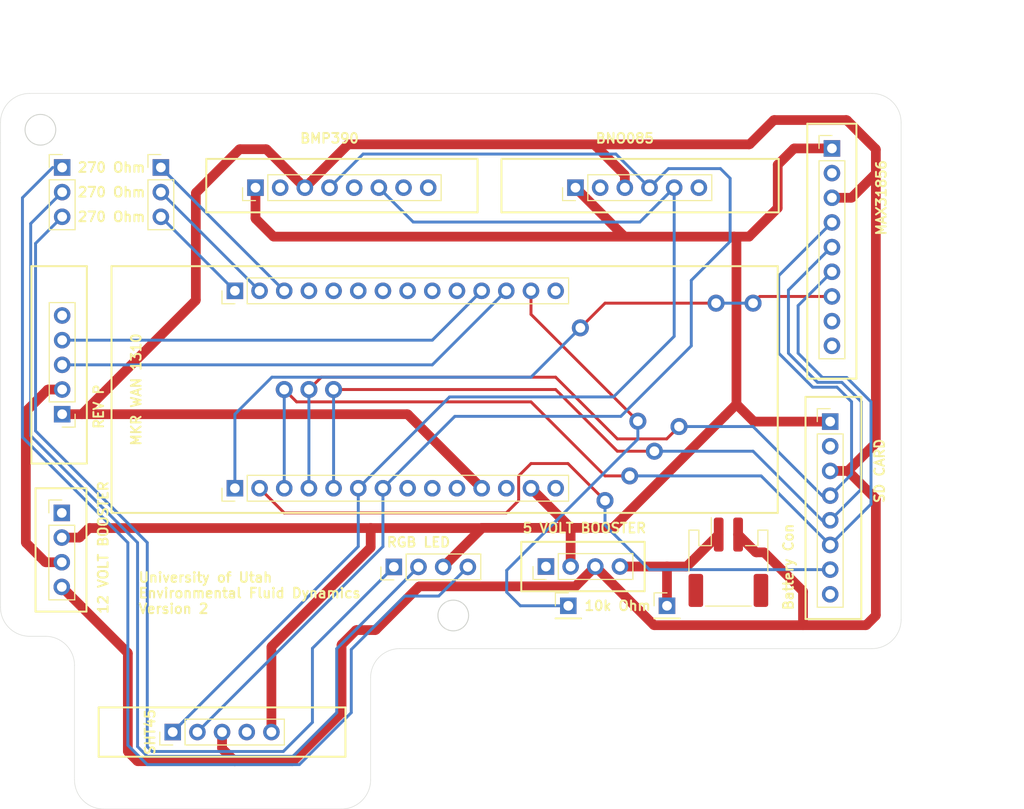
<source format=kicad_pcb>
(kicad_pcb (version 20221018) (generator pcbnew)
  (title_block (title "Tethersonde PCB") (rev "1") (company "University of Utah EFD"))
  (layers (0 "F.Cu" signal) (31 "B.Cu" signal) (34 "B.Paste" user) (35 "F.Paste" user) (36 "B.SilkS" user "B.Silkscreen") (37 "F.SilkS" user "F.Silkscreen") (38 "B.Mask" user) (39 "F.Mask" user) (44 "Edge.Cuts" user))
  (net 0 "")
  (footprint "Connector_PinHeader_2.54mm:PinHeader_1x01_P2.54mm_Vertical" (layer "F.Cu") (at 130.84 101)
    (fp_text reference "10k Ohm" (at 5.08 0) (layer "F.SilkS") (effects (font (thickness 0.2) bold)))
    (fp_text value "PinHeader_1x01_P2.54mm_Vertical" hide)
    (fp_line (start -1.33 -1.33) (end 0 -1.33) (stroke (width 0.12)) (layer "F.SilkS"))
    (fp_line (start -1.33 0) (end -1.33 -1.33) (stroke (width 0.12)) (layer "F.SilkS"))
    (fp_line (start -1.33 1.27) (end -1.33 1.33) (stroke (width 0.12)) (layer "F.SilkS"))
    (fp_line (start -1.33 1.27) (end 1.33 1.27) (stroke (width 0.12)) (layer "F.SilkS"))
    (fp_line (start -1.33 1.33) (end 1.33 1.33) (stroke (width 0.12)) (layer "F.SilkS"))
    (fp_line (start 1.33 1.27) (end 1.33 1.33) (stroke (width 0.12)) (layer "F.SilkS"))
    (pad "1" thru_hole rect (at 0 0) (size 1.7 1.7) (drill 1) (layers "*.Cu" "*.Mask"))
  )
  (footprint "Connector_PinHeader_2.54mm:PinHeader_1x03_P2.54mm_Vertical" (layer "F.Cu") (at 88.9 55.88)
    (fp_text reference "270 Ohm" (at -5.08 0) (layer "F.SilkS") (effects (font (thickness 0.2) bold)))
    (fp_text value "PinHeader_1x03_P2.54mm_Vertical" hide)
    (fp_line (start -1.33 -1.33) (end 0 -1.33) (stroke (width 0.12)) (layer "F.SilkS"))
    (fp_line (start -1.33 0) (end -1.33 -1.33) (stroke (width 0.12)) (layer "F.SilkS"))
    (fp_line (start -1.33 1.27) (end -1.33 6.41) (stroke (width 0.12)) (layer "F.SilkS"))
    (fp_line (start -1.33 1.27) (end 1.33 1.27) (stroke (width 0.12)) (layer "F.SilkS"))
    (fp_line (start -1.33 6.41) (end 1.33 6.41) (stroke (width 0.12)) (layer "F.SilkS"))
    (fp_line (start 1.33 1.27) (end 1.33 6.41) (stroke (width 0.12)) (layer "F.SilkS"))
    (pad "1" thru_hole rect (at 0 0) (size 1.7 1.7) (drill 1) (layers "*.Cu" "*.Mask"))
    (pad "2" thru_hole oval (at 0 2.54) (size 1.7 1.7) (drill 1) (layers "*.Cu" "*.Mask"))
    (pad "3" thru_hole oval (at 0 5.08) (size 1.7 1.7) (drill 1) (layers "*.Cu" "*.Mask"))
  )
  (footprint "Connector_PinHeader_2.54mm:PinHeader_1x01_P2.54mm_Vertical" (layer "F.Cu") (at 141 101)
    (fp_text reference "10k Ohm" hide)
    (fp_text value "PinHeader_1x01_P2.54mm_Vertical" hide)
    (fp_line (start -1.33 -1.33) (end 0 -1.33) (stroke (width 0.12)) (layer "F.SilkS"))
    (fp_line (start -1.33 0) (end -1.33 -1.33) (stroke (width 0.12)) (layer "F.SilkS"))
    (fp_line (start -1.33 1.27) (end -1.33 1.33) (stroke (width 0.12)) (layer "F.SilkS"))
    (fp_line (start -1.33 1.27) (end 1.33 1.27) (stroke (width 0.12)) (layer "F.SilkS"))
    (fp_line (start -1.33 1.33) (end 1.33 1.33) (stroke (width 0.12)) (layer "F.SilkS"))
    (fp_line (start 1.33 1.27) (end 1.33 1.33) (stroke (width 0.12)) (layer "F.SilkS"))
    (pad "1" thru_hole rect (at 0 0) (size 1.7 1.7) (drill 1) (layers "*.Cu" "*.Mask"))
  )
  (footprint "Connector_PinHeader_2.54mm:PinHeader_1x08_P2.54mm_Vertical" (layer "F.Cu") (at 98.64 57.96 90)
    (fp_text reference "BMP390" (at 5.08 7.62) (layer "F.SilkS") (effects (font (thickness 0.2) bold)))
    (fp_text value "PinHeader_1x08_P2.54mm_Vertical" hide)
    (fp_line (start -1.33 -1.33) (end 0 -1.33) (stroke (width 0.12)) (layer "F.SilkS"))
    (fp_line (start -1.33 0) (end -1.33 -1.33) (stroke (width 0.12)) (layer "F.SilkS"))
    (fp_line (start -1.33 1.27) (end -1.33 19.11) (stroke (width 0.12)) (layer "F.SilkS"))
    (fp_line (start -1.33 1.27) (end 1.33 1.27) (stroke (width 0.12)) (layer "F.SilkS"))
    (fp_line (start -1.33 19.11) (end 1.33 19.11) (stroke (width 0.12)) (layer "F.SilkS"))
    (fp_line (start 1.33 1.27) (end 1.33 19.11) (stroke (width 0.12)) (layer "F.SilkS"))
    (pad "3Vo" thru_hole oval (at 0 2.54 90) (size 1.7 1.7) (drill 1) (layers "*.Cu" "*.Mask"))
    (pad "CS" thru_hole oval (at 0 15.24 90) (size 1.7 1.7) (drill 1) (layers "*.Cu" "*.Mask"))
    (pad "GND" thru_hole oval (at 0 5.08 90) (size 1.7 1.7) (drill 1) (layers "*.Cu" "*.Mask"))
    (pad "INT" thru_hole oval (at 0 17.78 90) (size 1.7 1.7) (drill 1) (layers "*.Cu" "*.Mask"))
    (pad "SCL" thru_hole oval (at 0 7.62 90) (size 1.7 1.7) (drill 1) (layers "*.Cu" "*.Mask"))
    (pad "SDA" thru_hole oval (at 0 12.7 90) (size 1.7 1.7) (drill 1) (layers "*.Cu" "*.Mask"))
    (pad "SDO" thru_hole oval (at 0 10.16 90) (size 1.7 1.7) (drill 1) (layers "*.Cu" "*.Mask"))
    (pad "VIN" thru_hole rect (at 0 0 90) (size 1.7 1.7) (drill 1) (layers "*.Cu" "*.Mask"))
  )
  (footprint "Connector_PinHeader_2.54mm:PinHeader_1x08_P2.54mm_Vertical" (layer "F.Cu") (at 157.8 82.04)
    (fp_text reference "SD CARD" (at 5.08 5.08 90) (layer "F.SilkS") (effects (font (thickness 0.2) bold)))
    (fp_text value "PinHeader_1x08_P2.54mm_Vertical" hide)
    (fp_line (start -1.33 -1.33) (end 0 -1.33) (stroke (width 0.12)) (layer "F.SilkS"))
    (fp_line (start -1.33 0) (end -1.33 -1.33) (stroke (width 0.12)) (layer "F.SilkS"))
    (fp_line (start -1.33 1.27) (end -1.33 19.11) (stroke (width 0.12)) (layer "F.SilkS"))
    (fp_line (start -1.33 1.27) (end 1.33 1.27) (stroke (width 0.12)) (layer "F.SilkS"))
    (fp_line (start -1.33 19.11) (end 1.33 19.11) (stroke (width 0.12)) (layer "F.SilkS"))
    (fp_line (start 1.33 1.27) (end 1.33 19.11) (stroke (width 0.12)) (layer "F.SilkS"))
    (pad "3V" thru_hole oval (at 0 2.54) (size 1.7 1.7) (drill 1) (layers "*.Cu" "*.Mask"))
    (pad "5V" thru_hole rect (at 0 0) (size 1.7 1.7) (drill 1) (layers "*.Cu" "*.Mask"))
    (pad "CD" thru_hole oval (at 0 17.78) (size 1.7 1.7) (drill 1) (layers "*.Cu" "*.Mask"))
    (pad "CLK" thru_hole oval (at 0 7.62) (size 1.7 1.7) (drill 1) (layers "*.Cu" "*.Mask"))
    (pad "CS" thru_hole oval (at 0 15.24) (size 1.7 1.7) (drill 1) (layers "*.Cu" "*.Mask"))
    (pad "DI" thru_hole oval (at 0 12.7) (size 1.7 1.7) (drill 1) (layers "*.Cu" "*.Mask"))
    (pad "DO" thru_hole oval (at 0 10.16) (size 1.7 1.7) (drill 1) (layers "*.Cu" "*.Mask"))
    (pad "GND" thru_hole oval (at 0 5.08) (size 1.7 1.7) (drill 1) (layers "*.Cu" "*.Mask"))
  )
  (footprint "Connector_PinHeader_2.54mm:PinHeader_1x06_P2.54mm_Vertical" (layer "F.Cu") (at 131.58 57.96 90)
    (fp_text reference "BNO085" (at 5.08 5.08 180) (layer "F.SilkS") (effects (font (thickness 0.2) bold)))
    (fp_text value "PinHeader_1x06_P2.54mm_Vertical" hide)
    (fp_line (start -1.33 -1.33) (end 0 -1.33) (stroke (width 0.12)) (layer "F.SilkS"))
    (fp_line (start -1.33 0) (end -1.33 -1.33) (stroke (width 0.12)) (layer "F.SilkS"))
    (fp_line (start -1.33 1.27) (end -1.33 14.03) (stroke (width 0.12)) (layer "F.SilkS"))
    (fp_line (start -1.33 1.27) (end 1.33 1.27) (stroke (width 0.12)) (layer "F.SilkS"))
    (fp_line (start -1.33 14.03) (end 1.33 14.03) (stroke (width 0.12)) (layer "F.SilkS"))
    (fp_line (start 1.33 1.27) (end 1.33 14.03) (stroke (width 0.12)) (layer "F.SilkS"))
    (pad "3Vo" thru_hole oval (at 0 2.54 90) (size 1.7 1.7) (drill 1) (layers "*.Cu" "*.Mask"))
    (pad "GND" thru_hole oval (at 0 5.08 90) (size 1.7 1.7) (drill 1) (layers "*.Cu" "*.Mask"))
    (pad "INT" thru_hole oval (at 0 12.7 90) (size 1.7 1.7) (drill 1) (layers "*.Cu" "*.Mask"))
    (pad "SCL" thru_hole oval (at 0 7.62 90) (size 1.7 1.7) (drill 1) (layers "*.Cu" "*.Mask"))
    (pad "SDA" thru_hole oval (at 0 10.16 90) (size 1.7 1.7) (drill 1) (layers "*.Cu" "*.Mask"))
    (pad "Vin" thru_hole rect (at 0 0 90) (size 1.7 1.7) (drill 1) (layers "*.Cu" "*.Mask"))
  )
  (footprint "Connector_JST:JST_PH_S2B-PH-SM4-TB_1x02-1MP_P2.00mm_Horizontal" (layer "F.Cu") (at 147.32 96.52)
    (fp_text reference "Battery Con" (at 6.18 0.48 -90) (layer "F.SilkS") (effects (font (thickness 0.2) bold)))
    (fp_text value "JST_PH_S2B-PH-SM4-TB_1x02-1MP_P2.00mm_Horizontal" hide)
    (fp_line (start -4.06 -3.31) (end -3.04 -3.31) (stroke (width 0.12)) (layer "F.SilkS"))
    (fp_line (start -4.06 0.94) (end -4.06 -3.31) (stroke (width 0.12)) (layer "F.SilkS"))
    (fp_line (start -3.04 -3.31) (end -3.04 -1.71) (stroke (width 0.12)) (layer "F.SilkS"))
    (fp_line (start -3.04 -1.71) (end -1.76 -1.71) (stroke (width 0.12)) (layer "F.SilkS"))
    (fp_line (start -2.34 4.51) (end 2.34 4.51) (stroke (width 0.12)) (layer "F.SilkS"))
    (fp_line (start -1.76 -1.71) (end -1.76 -4.6) (stroke (width 0.12)) (layer "F.SilkS"))
    (fp_line (start 3.04 -3.31) (end 3.04 -1.71) (stroke (width 0.12)) (layer "F.SilkS"))
    (fp_line (start 3.04 -1.71) (end 1.76 -1.71) (stroke (width 0.12)) (layer "F.SilkS"))
    (fp_line (start 4.06 -3.31) (end 3.04 -3.31) (stroke (width 0.12)) (layer "F.SilkS"))
    (fp_line (start 4.06 0.94) (end 4.06 -3.31) (stroke (width 0.12)) (layer "F.SilkS"))
    (pad "+" smd roundrect (at -1 -2.85) (size 1 3.5) (layers "F.Cu" "F.Paste" "F.Mask"))
    (pad "-" smd roundrect (at 1 -2.85) (size 1 3.5) (layers "F.Cu" "F.Paste" "F.Mask"))
    (pad "MP" smd roundrect (at -3.35 2.9) (size 1.5 3.4) (layers "F.Cu" "F.Paste" "F.Mask") (roundrect_rratio 0.1666673333))
    (pad "MP" smd roundrect (at 3.35 2.9) (size 1.5 3.4) (layers "F.Cu" "F.Paste" "F.Mask") (roundrect_rratio 0.1666673333))
  )
  (footprint "Connector_PinHeader_2.54mm:PinHeader_1x03_P2.54mm_Vertical" (layer "F.Cu") (at 78.74 55.88)
    (fp_text reference "270 Ohm" (at 5.08 2.54) (layer "F.SilkS") (effects (font (thickness 0.2) bold)))
    (fp_text value "PinHeader_1x03_P2.54mm_Vertical" hide)
    (fp_line (start -1.33 -1.33) (end 0 -1.33) (stroke (width 0.12)) (layer "F.SilkS"))
    (fp_line (start -1.33 0) (end -1.33 -1.33) (stroke (width 0.12)) (layer "F.SilkS"))
    (fp_line (start -1.33 1.27) (end -1.33 6.41) (stroke (width 0.12)) (layer "F.SilkS"))
    (fp_line (start -1.33 1.27) (end 1.33 1.27) (stroke (width 0.12)) (layer "F.SilkS"))
    (fp_line (start -1.33 6.41) (end 1.33 6.41) (stroke (width 0.12)) (layer "F.SilkS"))
    (fp_line (start 1.33 1.27) (end 1.33 6.41) (stroke (width 0.12)) (layer "F.SilkS"))
    (pad "1" thru_hole rect (at 0 0) (size 1.7 1.7) (drill 1) (layers "*.Cu" "*.Mask"))
    (pad "2" thru_hole oval (at 0 2.54) (size 1.7 1.7) (drill 1) (layers "*.Cu" "*.Mask"))
    (pad "3" thru_hole oval (at 0 5.08) (size 1.7 1.7) (drill 1) (layers "*.Cu" "*.Mask"))
  )
  (footprint "Connector_PinHeader_2.54mm:PinHeader_1x05_P2.54mm_Vertical" (layer "F.Cu") (at 78.74 81.28 180)
    (fp_text reference "REV P" (at -3.76 0.78 90) (layer "F.SilkS") (effects (font (thickness 0.2) bold)))
    (fp_text value "PinHeader_1x05_P2.54mm_Vertical" hide)
    (fp_line (start -1.33 -1.33) (end 0 -1.33) (stroke (width 0.12)) (layer "F.SilkS"))
    (fp_line (start -1.33 0) (end -1.33 -1.33) (stroke (width 0.12)) (layer "F.SilkS"))
    (fp_line (start -1.33 1.27) (end -1.33 11.49) (stroke (width 0.12)) (layer "F.SilkS"))
    (fp_line (start -1.33 1.27) (end 1.33 1.27) (stroke (width 0.12)) (layer "F.SilkS"))
    (fp_line (start -1.33 11.49) (end 1.33 11.49) (stroke (width 0.12)) (layer "F.SilkS"))
    (fp_line (start 1.33 1.27) (end 1.33 11.49) (stroke (width 0.12)) (layer "F.SilkS"))
    (pad "12V" thru_hole oval (at 0 2.54 180) (size 1.7 1.7) (drill 1) (layers "*.Cu" "*.Mask"))
    (pad "GND" thru_hole rect (at 0 0 180) (size 1.7 1.7) (drill 1) (layers "*.Cu" "*.Mask"))
    (pad "SHDN" thru_hole oval (at 0 10.16 180) (size 1.7 1.7) (drill 1) (layers "*.Cu" "*.Mask"))
    (pad "TMP" thru_hole oval (at 0 7.62 180) (size 1.7 1.7) (drill 1) (layers "*.Cu" "*.Mask"))
    (pad "VOUT" thru_hole oval (at 0 5.08 180) (size 1.7 1.7) (drill 1) (layers "*.Cu" "*.Mask"))
  )
  (footprint "Connector_PinHeader_2.54mm:PinHeader_1x04_P2.54mm_Vertical" (layer "F.Cu") (at 128.54 96.96 90)
    (fp_text reference "5 VOLT BOOSTER" (at 3.96 3.96) (layer "F.SilkS") (effects (font (thickness 0.2) bold)))
    (fp_text value "PinHeader_1x04_P2.54mm_Vertical" hide)
    (fp_line (start -1.33 -1.33) (end 0 -1.33) (stroke (width 0.12)) (layer "F.SilkS"))
    (fp_line (start -1.33 0) (end -1.33 -1.33) (stroke (width 0.12)) (layer "F.SilkS"))
    (fp_line (start -1.33 1.27) (end -1.33 8.95) (stroke (width 0.12)) (layer "F.SilkS"))
    (fp_line (start -1.33 1.27) (end 1.33 1.27) (stroke (width 0.12)) (layer "F.SilkS"))
    (fp_line (start -1.33 8.95) (end 1.33 8.95) (stroke (width 0.12)) (layer "F.SilkS"))
    (fp_line (start 1.33 1.27) (end 1.33 8.95) (stroke (width 0.12)) (layer "F.SilkS"))
    (pad "5V" thru_hole oval (at 0 2.54 90) (size 1.7 1.7) (drill 1) (layers "*.Cu" "*.Mask"))
    (pad "EN" thru_hole rect (at 0 0 90) (size 1.7 1.7) (drill 1) (layers "*.Cu" "*.Mask"))
    (pad "GND" thru_hole oval (at 0 5.08 90) (size 1.7 1.7) (drill 1) (layers "*.Cu" "*.Mask"))
    (pad "VIN" thru_hole oval (at 0 7.62 90) (size 1.7 1.7) (drill 1) (layers "*.Cu" "*.Mask"))
  )
  (footprint "Connector_PinHeader_2.54mm:PinHeader_1x14_P2.54mm_Vertical" (layer "F.Cu") (at 96.52 68.58 90)
    (fp_text reference "MKR WAN 1310" (at -10.16 -10.16 90) (layer "F.SilkS") (effects (font (thickness 0.2) bold)))
    (fp_text value "PinHeader_1x14_P2.54mm_Vertical" hide)
    (fp_line (start -1.33 -1.33) (end 0 -1.33) (stroke (width 0.12)) (layer "F.SilkS"))
    (fp_line (start -1.33 0) (end -1.33 -1.33) (stroke (width 0.12)) (layer "F.SilkS"))
    (fp_line (start -1.33 1.27) (end -1.33 34.35) (stroke (width 0.12)) (layer "F.SilkS"))
    (fp_line (start -1.33 1.27) (end 1.33 1.27) (stroke (width 0.12)) (layer "F.SilkS"))
    (fp_line (start -1.33 34.35) (end 1.33 34.35) (stroke (width 0.12)) (layer "F.SilkS"))
    (fp_line (start 1.33 1.27) (end 1.33 34.35) (stroke (width 0.12)) (layer "F.SilkS"))
    (pad "A0" thru_hole oval (at 0 30.48 90) (size 1.7 1.7) (drill 1) (layers "*.Cu" "*.Mask"))
    (pad "A1" thru_hole oval (at 0 27.94 90) (size 1.7 1.7) (drill 1) (layers "*.Cu" "*.Mask"))
    (pad "A2" thru_hole oval (at 0 25.4 90) (size 1.7 1.7) (drill 1) (layers "*.Cu" "*.Mask"))
    (pad "A3" thru_hole oval (at 0 22.86 90) (size 1.7 1.7) (drill 1) (layers "*.Cu" "*.Mask"))
    (pad "A4" thru_hole oval (at 0 20.32 90) (size 1.7 1.7) (drill 1) (layers "*.Cu" "*.Mask"))
    (pad "A5" thru_hole oval (at 0 17.78 90) (size 1.7 1.7) (drill 1) (layers "*.Cu" "*.Mask"))
    (pad "A6" thru_hole oval (at 0 15.24 90) (size 1.7 1.7) (drill 1) (layers "*.Cu" "*.Mask"))
    (pad "AREF" thru_hole oval (at 0 33.02 90) (size 1.7 1.7) (drill 1) (layers "*.Cu" "*.Mask"))
    (pad "D0" thru_hole oval (at 0 12.7 90) (size 1.7 1.7) (drill 1) (layers "*.Cu" "*.Mask"))
    (pad "D1" thru_hole oval (at 0 10.16 90) (size 1.7 1.7) (drill 1) (layers "*.Cu" "*.Mask"))
    (pad "D2" thru_hole oval (at 0 7.62 90) (size 1.7 1.7) (drill 1) (layers "*.Cu" "*.Mask"))
    (pad "D3" thru_hole oval (at 0 5.08 90) (size 1.7 1.7) (drill 1) (layers "*.Cu" "*.Mask"))
    (pad "D4" thru_hole oval (at 0 2.54 90) (size 1.7 1.7) (drill 1) (layers "*.Cu" "*.Mask"))
    (pad "D5" thru_hole rect (at 0 0 90) (size 1.7 1.7) (drill 1) (layers "*.Cu" "*.Mask"))
  )
  (footprint "Connector_PinHeader_2.54mm:PinHeader_1x09_P2.54mm_Vertical" (layer "F.Cu") (at 157.98 53.92)
    (fp_text reference "MAX31856" (at 5.08 5.08 90) (layer "F.SilkS") (effects (font (thickness 0.2) bold)))
    (fp_text value "PinHeader_1x09_P2.54mm_Vertical" hide)
    (fp_line (start -1.33 -1.33) (end 0 -1.33) (stroke (width 0.12)) (layer "F.SilkS"))
    (fp_line (start -1.33 0) (end -1.33 -1.33) (stroke (width 0.12)) (layer "F.SilkS"))
    (fp_line (start -1.33 1.27) (end -1.33 21.65) (stroke (width 0.12)) (layer "F.SilkS"))
    (fp_line (start -1.33 1.27) (end 1.33 1.27) (stroke (width 0.12)) (layer "F.SilkS"))
    (fp_line (start -1.33 21.65) (end 1.33 21.65) (stroke (width 0.12)) (layer "F.SilkS"))
    (fp_line (start 1.33 1.27) (end 1.33 21.65) (stroke (width 0.12)) (layer "F.SilkS"))
    (pad "3Vo" thru_hole oval (at 0 2.54) (size 1.7 1.7) (drill 1) (layers "*.Cu" "*.Mask"))
    (pad "CS" thru_hole oval (at 0 15.24) (size 1.7 1.7) (drill 1) (layers "*.Cu" "*.Mask"))
    (pad "DRDY" thru_hole oval (at 0 20.32) (size 1.7 1.7) (drill 1) (layers "*.Cu" "*.Mask"))
    (pad "FLT" thru_hole oval (at 0 17.78) (size 1.7 1.7) (drill 1) (layers "*.Cu" "*.Mask"))
    (pad "GND" thru_hole oval (at 0 5.08) (size 1.7 1.7) (drill 1) (layers "*.Cu" "*.Mask"))
    (pad "SCK" thru_hole oval (at 0 7.62) (size 1.7 1.7) (drill 1) (layers "*.Cu" "*.Mask"))
    (pad "SDI" thru_hole oval (at 0 12.7) (size 1.7 1.7) (drill 1) (layers "*.Cu" "*.Mask"))
    (pad "SDO" thru_hole oval (at 0 10.16) (size 1.7 1.7) (drill 1) (layers "*.Cu" "*.Mask"))
    (pad "VIN" thru_hole rect (at 0 0) (size 1.7 1.7) (drill 1) (layers "*.Cu" "*.Mask"))
  )
  (footprint "Connector_PinHeader_2.54mm:PinHeader_1x14_P2.54mm_Vertical" (layer "F.Cu") (at 96.52 88.9 90)
    (fp_text reference "REF**" hide)
    (fp_text value "PinHeader_1x14_P2.54mm_Vertical" hide)
    (fp_line (start -1.33 -1.33) (end 0 -1.33) (stroke (width 0.12)) (layer "F.SilkS"))
    (fp_line (start -1.33 0) (end -1.33 -1.33) (stroke (width 0.12)) (layer "F.SilkS"))
    (fp_line (start -1.33 1.27) (end -1.33 34.35) (stroke (width 0.12)) (layer "F.SilkS"))
    (fp_line (start -1.33 1.27) (end 1.33 1.27) (stroke (width 0.12)) (layer "F.SilkS"))
    (fp_line (start -1.33 34.35) (end 1.33 34.35) (stroke (width 0.12)) (layer "F.SilkS"))
    (fp_line (start 1.33 1.27) (end 1.33 34.35) (stroke (width 0.12)) (layer "F.SilkS"))
    (pad "5V" thru_hole oval (at 0 33.02 90) (size 1.7 1.7) (drill 1) (layers "*.Cu" "*.Mask"))
    (pad "D6" thru_hole rect (at 0 0 90) (size 1.7 1.7) (drill 1) (layers "*.Cu" "*.Mask"))
    (pad "D7" thru_hole oval (at 0 2.54 90) (size 1.7 1.7) (drill 1) (layers "*.Cu" "*.Mask"))
    (pad "GND" thru_hole oval (at 0 25.4 90) (size 1.7 1.7) (drill 1) (layers "*.Cu" "*.Mask"))
    (pad "MISO" thru_hole oval (at 0 10.16 90) (size 1.7 1.7) (drill 1) (layers "*.Cu" "*.Mask"))
    (pad "MOSI" thru_hole oval (at 0 5.08 90) (size 1.7 1.7) (drill 1) (layers "*.Cu" "*.Mask"))
    (pad "RESET" thru_hole oval (at 0 22.86 90) (size 1.7 1.7) (drill 1) (layers "*.Cu" "*.Mask"))
    (pad "RX" thru_hole oval (at 0 17.78 90) (size 1.7 1.7) (drill 1) (layers "*.Cu" "*.Mask"))
    (pad "SCK" thru_hole oval (at 0 7.62 90) (size 1.7 1.7) (drill 1) (layers "*.Cu" "*.Mask"))
    (pad "SCL" thru_hole oval (at 0 15.24 90) (size 1.7 1.7) (drill 1) (layers "*.Cu" "*.Mask"))
    (pad "SDA" thru_hole oval (at 0 12.7 90) (size 1.7 1.7) (drill 1) (layers "*.Cu" "*.Mask"))
    (pad "TX" thru_hole oval (at 0 20.32 90) (size 1.7 1.7) (drill 1) (layers "*.Cu" "*.Mask"))
    (pad "VCC" thru_hole oval (at 0 27.94 90) (size 1.7 1.7) (drill 1) (layers "*.Cu" "*.Mask"))
    (pad "VIN" thru_hole oval (at 0 30.48 90) (size 1.7 1.7) (drill 1) (layers "*.Cu" "*.Mask"))
  )
  (footprint "Connector_PinHeader_2.54mm:PinHeader_1x04_P2.54mm_Vertical" (layer "F.Cu") (at 78.7 91.44)
    (fp_text reference "12 VOLT BOOSTER" (at 4.26 3.56 90) (layer "F.SilkS") (effects (font (thickness 0.2) bold)))
    (fp_text value "PinHeader_1x04_P2.54mm_Vertical" hide)
    (fp_line (start -1.33 -1.33) (end 0 -1.33) (stroke (width 0.12)) (layer "F.SilkS"))
    (fp_line (start -1.33 0) (end -1.33 -1.33) (stroke (width 0.12)) (layer "F.SilkS"))
    (fp_line (start -1.33 1.27) (end -1.33 8.95) (stroke (width 0.12)) (layer "F.SilkS"))
    (fp_line (start -1.33 1.27) (end 1.33 1.27) (stroke (width 0.12)) (layer "F.SilkS"))
    (fp_line (start -1.33 8.95) (end 1.33 8.95) (stroke (width 0.12)) (layer "F.SilkS"))
    (fp_line (start 1.33 1.27) (end 1.33 8.95) (stroke (width 0.12)) (layer "F.SilkS"))
    (pad "12V" thru_hole oval (at 0 5.08) (size 1.7 1.7) (drill 1) (layers "*.Cu" "*.Mask"))
    (pad "EN" thru_hole rect (at 0 0) (size 1.7 1.7) (drill 1) (layers "*.Cu" "*.Mask"))
    (pad "GND" thru_hole oval (at 0 7.62) (size 1.7 1.7) (drill 1) (layers "*.Cu" "*.Mask"))
    (pad "IN" thru_hole oval (at 0 2.54) (size 1.7 1.7) (drill 1) (layers "*.Cu" "*.Mask"))
  )
  (footprint "Connector_PinHeader_2.54mm:PinHeader_1x05_P2.54mm_Vertical" (layer "F.Cu") (at 90.12 114 90)
    (fp_text reference "SHT45" (at 0 -2.33 90) (layer "F.SilkS") (effects (font (thickness 0.2) bold)))
    (fp_text value "PinHeader_1x05_P2.54mm_Vertical" hide)
    (fp_line (start -1.33 -1.33) (end 0 -1.33) (stroke (width 0.12)) (layer "F.SilkS"))
    (fp_line (start -1.33 0) (end -1.33 -1.33) (stroke (width 0.12)) (layer "F.SilkS"))
    (fp_line (start -1.33 1.27) (end -1.33 11.49) (stroke (width 0.12)) (layer "F.SilkS"))
    (fp_line (start -1.33 1.27) (end 1.33 1.27) (stroke (width 0.12)) (layer "F.SilkS"))
    (fp_line (start -1.33 11.49) (end 1.33 11.49) (stroke (width 0.12)) (layer "F.SilkS"))
    (fp_line (start 1.33 1.27) (end 1.33 11.49) (stroke (width 0.12)) (layer "F.SilkS"))
    (pad "3V0" thru_hole oval (at 0 7.62 90) (size 1.7 1.7) (drill 1) (layers "*.Cu" "*.Mask"))
    (pad "GND" thru_hole oval (at 0 5.08 90) (size 1.7 1.7) (drill 1) (layers "*.Cu" "*.Mask"))
    (pad "SCL" thru_hole oval (at 0 2.54 90) (size 1.7 1.7) (drill 1) (layers "*.Cu" "*.Mask"))
    (pad "SDA" thru_hole rect (at 0 0 90) (size 1.7 1.7) (drill 1) (layers "*.Cu" "*.Mask"))
    (pad "VIN" thru_hole oval (at 0 10.16 90) (size 1.7 1.7) (drill 1) (layers "*.Cu" "*.Mask"))
  )
  (footprint "Connector_PinHeader_2.54mm:PinHeader_1x04_P2.54mm_Vertical" (layer "F.Cu") (at 112.88 97 90)
    (fp_text reference "RGB LED" (at 2.54 2.54) (layer "F.SilkS") (effects (font (thickness 0.2) bold)))
    (fp_text value "PinHeader_1x04_P2.54mm_Vertical" hide)
    (fp_line (start -1.33 -1.33) (end 0 -1.33) (stroke (width 0.12)) (layer "F.SilkS"))
    (fp_line (start -1.33 0) (end -1.33 -1.33) (stroke (width 0.12)) (layer "F.SilkS"))
    (fp_line (start -1.33 1.27) (end -1.33 8.95) (stroke (width 0.12)) (layer "F.SilkS"))
    (fp_line (start -1.33 1.27) (end 1.33 1.27) (stroke (width 0.12)) (layer "F.SilkS"))
    (fp_line (start -1.33 8.95) (end 1.33 8.95) (stroke (width 0.12)) (layer "F.SilkS"))
    (fp_line (start 1.33 1.27) (end 1.33 8.95) (stroke (width 0.12)) (layer "F.SilkS"))
    (pad "+" thru_hole oval (at 0 5.08 90) (size 1.7 1.7) (drill 1) (layers "*.Cu" "*.Mask"))
    (pad "B" thru_hole oval (at 0 7.62 90) (size 1.7 1.7) (drill 1) (layers "*.Cu" "*.Mask"))
    (pad "G" thru_hole oval (at 0 2.54 90) (size 1.7 1.7) (drill 1) (layers "*.Cu" "*.Mask"))
    (pad "R" thru_hole rect (at 0 0 90) (size 1.7 1.7) (drill 1) (layers "*.Cu" "*.Mask"))
  )
  (gr_line (start 81.28 86.36) (end 81.28 66.04) (stroke (width 0.2)) (layer "F.SilkS"))
  (gr_line (start 161 79.5) (end 161 102.36) (stroke (width 0.2)) (layer "F.SilkS"))
  (gr_line (start 107.9 111.46) (end 82.5 111.46) (stroke (width 0.2)) (layer "F.SilkS"))
  (gr_line (start 126 99.5) (end 138.7 99.5) (stroke (width 0.2)) (layer "F.SilkS"))
  (gr_line (start 160.5 51.38) (end 155.44 51.38) (stroke (width 0.2)) (layer "F.SilkS"))
  (gr_line (start 76 101.6) (end 76 88.9) (stroke (width 0.2)) (layer "F.SilkS"))
  (gr_line (start 81.28 66.04) (end 75.565 66.04) (stroke (width 0.2)) (layer "F.SilkS"))
  (gr_line (start 81.24 88.9) (end 81.24 101.6) (stroke (width 0.2)) (layer "F.SilkS"))
  (gr_line (start 155.26 102.36) (end 155.26 79.5) (stroke (width 0.2)) (layer "F.SilkS"))
  (gr_line (start 152.4 91.44) (end 152.4 66.04) (stroke (width 0.2)) (layer "F.SilkS"))
  (gr_line (start 126 94.42) (end 138.7 94.42) (stroke (width 0.2)) (layer "F.SilkS"))
  (gr_line (start 123.96 60.5) (end 152.5 60.5) (stroke (width 0.2)) (layer "F.SilkS"))
  (gr_line (start 152.5 60.5) (end 152.5 55) (stroke (width 0.2)) (layer "F.SilkS"))
  (gr_line (start 155.44 77.62) (end 160.5 77.62) (stroke (width 0.2)) (layer "F.SilkS"))
  (gr_line (start 152.5 55) (end 123.96 55) (stroke (width 0.2)) (layer "F.SilkS"))
  (gr_line (start 138.7 99.5) (end 138.7 94.42) (stroke (width 0.2)) (layer "F.SilkS"))
  (gr_line (start 126 94.42) (end 126 99.5) (stroke (width 0.2)) (layer "F.SilkS"))
  (gr_line (start 93.56 60.5) (end 121.5 60.5) (stroke (width 0.2)) (layer "F.SilkS"))
  (gr_line (start 161 102.36) (end 155.26 102.36) (stroke (width 0.2)) (layer "F.SilkS"))
  (gr_line (start 93.58 55) (end 93.56 60.5) (stroke (width 0.2)) (layer "F.SilkS"))
  (gr_line (start 81.24 101.6) (end 76 101.6) (stroke (width 0.2)) (layer "F.SilkS"))
  (gr_line (start 123.96 55) (end 123.96 60.5) (stroke (width 0.2)) (layer "F.SilkS"))
  (gr_line (start 76 88.9) (end 81.24 88.9) (stroke (width 0.2)) (layer "F.SilkS"))
  (gr_line (start 107.9 116.54) (end 107.9 111.46) (stroke (width 0.2)) (layer "F.SilkS"))
  (gr_line (start 82.5 111.46) (end 82.5 116.54) (stroke (width 0.2)) (layer "F.SilkS"))
  (gr_line (start 121.5 55) (end 93.58 55) (stroke (width 0.2)) (layer "F.SilkS"))
  (gr_line (start 152.4 66.04) (end 83.82 66.04) (stroke (width 0.2)) (layer "F.SilkS"))
  (gr_line (start 83.82 66.04) (end 83.82 91.44) (stroke (width 0.2)) (layer "F.SilkS"))
  (gr_line (start 155.44 51.38) (end 155.44 77.62) (stroke (width 0.2)) (layer "F.SilkS"))
  (gr_line (start 75.565 66.04) (end 75.565 86.36) (stroke (width 0.2)) (layer "F.SilkS"))
  (gr_line (start 121.5 60.5) (end 121.5 55) (stroke (width 0.2)) (layer "F.SilkS"))
  (gr_line (start 155.26 79.5) (end 161 79.5) (stroke (width 0.2)) (layer "F.SilkS"))
  (gr_line (start 82.5 116.54) (end 107.9 116.54) (stroke (width 0.2)) (layer "F.SilkS"))
  (gr_line (start 83.82 91.44) (end 152.4 91.44) (stroke (width 0.2)) (layer "F.SilkS"))
  (gr_line (start 160.5 77.62) (end 160.5 51.38) (stroke (width 0.2)) (layer "F.SilkS"))
  (gr_line (start 75.565 86.36) (end 81.28 86.36) (stroke (width 0.2)) (layer "F.SilkS"))
  (gr_line (start 80.01 118.92) (end 80.01 107.14) (stroke (width 0.05)) (layer "Edge.Cuts"))
  (gr_circle (center 119 102) (end 120.581139 102) (stroke (width 0.1)) (fill none) (layer "Edge.Cuts"))
  (gr_arc (start 162.1 48.26) (mid 164.22132 49.13868) (end 165.1 51.26) (stroke (width 0.05)) (layer "Edge.Cuts"))
  (gr_line (start 77.01 104.14) (end 75.39 104.14) (stroke (width 0.05)) (layer "Edge.Cuts"))
  (gr_arc (start 83.01 121.92) (mid 80.88868 121.04132) (end 80.01 118.92) (stroke (width 0.05)) (layer "Edge.Cuts"))
  (gr_arc (start 110.49 108.41) (mid 111.36868 106.28868) (end 113.49 105.41) (stroke (width 0.05)) (layer "Edge.Cuts"))
  (gr_line (start 165.1 51.26) (end 165.1 102.41) (stroke (width 0.05)) (layer "Edge.Cuts"))
  (gr_circle (center 76.5 52) (end 78.081139 52) (stroke (width 0.1)) (fill none) (layer "Edge.Cuts"))
  (gr_line (start 107.49 121.92) (end 83.01 121.92) (stroke (width 0.05)) (layer "Edge.Cuts"))
  (gr_arc (start 165.1 102.41) (mid 164.22132 104.53132) (end 162.1 105.41) (stroke (width 0.05)) (layer "Edge.Cuts"))
  (gr_line (start 72.39 101.14) (end 72.39 53.34) (stroke (width 0.05)) (layer "Edge.Cuts"))
  (gr_arc (start 72.39 51.26) (mid 73.26868 49.13868) (end 75.39 48.26) (stroke (width 0.05)) (layer "Edge.Cuts"))
  (gr_line (start 110.49 108.41) (end 110.49 118.92) (stroke (width 0.05)) (layer "Edge.Cuts"))
  (gr_arc (start 75.39 104.14) (mid 73.26868 103.26132) (end 72.39 101.14) (stroke (width 0.05)) (layer "Edge.Cuts"))
  (gr_arc (start 110.49 118.92) (mid 109.61132 121.04132) (end 107.49 121.92) (stroke (width 0.05)) (layer "Edge.Cuts"))
  (gr_line (start 72.39 53.34) (end 72.39 51.26) (stroke (width 0.05)) (layer "Edge.Cuts"))
  (gr_line (start 162.1 105.41) (end 113.49 105.41) (stroke (width 0.05)) (layer "Edge.Cuts"))
  (gr_arc (start 77.01 104.14) (mid 79.13132 105.01868) (end 80.01 107.14) (stroke (width 0.05)) (layer "Edge.Cuts"))
  (gr_line (start 75.39 48.26) (end 162.1 48.26) (stroke (width 0.05)) (layer "Edge.Cuts"))
  (gr_text "270 Ohm" (at 83.82 60.96) (layer "F.SilkS") (effects (font (size 1 1) (thickness 0.2) bold)))
  (gr_text "University of Utah\nEnvironmental Fluid Dynamics\nVersion 2\n\n" (at 86.5 103.5) (layer "F.SilkS") (effects (font (size 1 1) (thickness 0.2) bold) (justify left bottom)))
  (segment (start 139.7 85.09) (end 135.89 85.09) (width 0.3) (layer "F.Cu") (net 0))
  (segment (start 130.81 86.36) (end 127 86.36) (width 0.3) (layer "F.Cu") (net 0))
  (segment (start 80.78 81.28) (end 78.74 81.28) (width 1) (layer "F.Cu") (net 0))
  (segment (start 159.62 87.12) (end 157.8 87.12) (width 1) (layer "F.Cu") (net 0))
  (segment (start 127 86.36) (end 125.73 87.63) (width 0.3) (layer "F.Cu") (net 0))
  (segment (start 149.94 82.04) (end 148.15 80.25) (width 1) (layer "F.Cu") (net 0))
  (segment (start 136.62 63) (end 131.58 57.96) (width 1) (layer "F.Cu") (net 0))
  (segment (start 95.2 114) (end 95.2 115.647395) (width 1) (layer "F.Cu") (net 0))
  (segment (start 103.72 57.96) (end 108.142803 53.537197) (width 1) (layer "F.Cu") (net 0))
  (segment (start 136.62 63) (end 100.552605 63) (width 1) (layer "F.Cu") (net 0))
  (segment (start 107.537198 104.962802) (end 108.962803 103.537197) (width 1) (layer "F.Cu") (net 0))
  (segment (start 136.622802 56.622802) (end 133.716802 53.716802) (width 1) (layer "F.Cu") (net 0))
  (segment (start 154.132605 53.92) (end 157.98 53.92) (width 1) (layer "F.Cu") (net 0))
  (segment (start 133.806605 53.5) (end 136.5 53.5) (width 1) (layer "F.Cu") (net 0))
  (segment (start 92.5 58.552605) (end 92.5 69.507395) (width 1) (layer "F.Cu") (net 0))
  (segment (start 162.5 56.5) (end 162.5 84.187395) (width 1) (layer "F.Cu") (net 0))
  (segment (start 101.6 91.44) (end 99.06 88.9) (width 0.3) (layer "F.Cu") (net 0))
  (segment (start 140.97 83.82) (end 135.89 83.82) (width 0.3) (layer "F.Cu") (net 0))
  (segment (start 80.78 81.28) (end 114.247395 81.28) (width 1) (layer "F.Cu") (net 0))
  (segment (start 121.98 92.98) (end 121.96 93) (width 1) (layer "F.Cu") (net 0))
  (segment (start 157.98 69.16) (end 150.55 69.16) (width 0.3) (layer "F.Cu") (net 0))
  (segment (start 136.66 57.96) (end 136.66 56.712605) (width 1) (layer "F.Cu") (net 0))
  (segment (start 162.5 101.947395) (end 162.5 90.052605) (width 1) (layer "F.Cu") (net 0))
  (segment (start 121.96 93) (end 110.5 93) (width 1) (layer "F.Cu") (net 0))
  (segment (start 142.24 82.55) (end 140.97 83.82) (width 0.3) (layer "F.Cu") (net 0))
  (segment (start 141 96.96) (end 141 101) (width 1) (layer "F.Cu") (net 0))
  (segment (start 105.41 77.47) (end 104.14 78.74) (width 0.3) (layer "F.Cu") (net 0))
  (segment (start 135.89 83.82) (end 129.54 77.47) (width 0.3) (layer "F.Cu") (net 0))
  (segment (start 131.617198 98.962802) (end 133.62 96.96) (width 1) (layer "F.Cu") (net 0))
  (segment (start 100.462802 62.962802) (end 98.677197 61.177197) (width 1) (layer "F.Cu") (net 0))
  (segment (start 146.95 81.45) (end 135.42 92.98) (width 1) (layer "F.Cu") (net 0))
  (segment (start 138 82) (end 127 71) (width 0.3) (layer "F.Cu") (net 0))
  (segment (start 125.73 87.63) (end 125.73 90.17) (width 0.3) (layer "F.Cu") (net 0))
  (segment (start 147.9 63) (end 136.62 63) (width 1) (layer "F.Cu") (net 0))
  (segment (start 81.462802 93.037198) (end 80.557197 93.942803) (width 1) (layer "F.Cu") (net 0))
  (segment (start 152.4 55.6) (end 154.042803 53.957197) (width 1) (layer "F.Cu") (net 0))
  (segment (start 115.552605 99) (end 131.527395 99) (width 1) (layer "F.Cu") (net 0))
  (segment (start 129.54 77.47) (end 105.41 77.47) (width 0.3) (layer "F.Cu") (net 0))
  (segment (start 162.5 54.052605) (end 162.5 56.5) (width 1) (layer "F.Cu") (net 0))
  (segment (start 135.42 92.98) (end 131.08 92.98) (width 1) (layer "F.Cu") (net 0))
  (segment (start 149.537198 53.462802) (end 151.962803 51.037197) (width 1) (layer "F.Cu") (net 0))
  (segment (start 150.947395 95.5) (end 150.202605 95.5) (width 1) (layer "F.Cu") (net 0))
  (segment (start 159.537198 51.037198) (end 162.462803 53.962803) (width 1) (layer "F.Cu") (net 0))
  (segment (start 134.62 69.85) (end 132.08 72.39) (width 0.3) (layer "F.Cu") (net 0))
  (segment (start 77.312605 78.74) (end 78.74 78.74) (width 1) (layer "F.Cu") (net 0))
  (segment (start 141 96.96) (end 136.16 96.96) (width 1) (layer "F.Cu") (net 0))
  (segment (start 149.45 63) (end 152.4 60.05) (width 1) (layer "F.Cu") (net 0))
  (segment (start 127 80.01) (end 102.87 80.01) (width 0.3) (layer "F.Cu") (net 0))
  (segment (start 146.32 93.67) (end 143.067197 96.922803) (width 1) (layer "F.Cu") (net 0))
  (segment (start 134.62 87.63) (end 127 80.01) (width 0.3) (layer "F.Cu") (net 0))
  (segment (start 155 103) (end 155 99.552605) (width 1) (layer "F.Cu") (net 0))
  (segment (start 147.9 63) (end 149.45 63) (width 1) (layer "F.Cu") (net 0))
  (segment (start 85.5 115.947395) (end 85.5 105.912605) (width 1) (layer "F.Cu") (net 0))
  (segment (start 92.462802 69.597198) (end 80.78 81.28) (width 1) (layer "F.Cu") (net 0))
  (segment (start 133.62 96.96) (end 139.622803 102.962803) (width 1) (layer "F.Cu") (net 0))
  (segment (start 150.55 69.16) (end 149.86 69.85) (width 0.3) (layer "F.Cu") (net 0))
  (segment (start 85.462802 105.822802) (end 78.7 99.06) (width 1) (layer "F.Cu") (net 0))
  (segment (start 99.707395 54) (end 97.052605 54) (width 1) (layer "F.Cu") (net 0))
  (segment (start 109.052605 103.5) (end 110.947395 103.5) (width 1) (layer "F.Cu") (net 0))
  (segment (start 129.54 78.74) (end 106.68 78.74) (width 0.3) (layer "F.Cu") (net 0))
  (segment (start 86.462802 116.962802) (end 85.537197 116.037197) (width 1) (layer "F.Cu") (net 0))
  (segment (start 111.037198 103.462802) (end 115.462803 99.037197) (width 1) (layer "F.Cu") (net 0))
  (segment (start 125.73 90.17) (end 124.46 91.44) (width 0.3) (layer "F.Cu") (net 0))
  (segment (start 121.98 92.98) (end 131.08 92.98) (width 1) (layer "F.Cu") (net 0))
  (segment (start 154.962802 99.462802) (end 151.037197 95.537197) (width 1) (layer "F.Cu") (net 0))
  (segment (start 75 94.447395) (end 75 81.052605) (width 1) (layer "F.Cu") (net 0))
  (segment (start 78.7 96.52) (end 77.072605 96.52) (width 1) (layer "F.Cu") (net 0))
  (segment (start 108.232605 53.5) (end 136.5 53.5) (width 1) (layer "F.Cu") (net 0))
  (segment (start 161.537198 102.962802) (end 162.462803 102.037197) (width 1) (layer "F.Cu") (net 0))
  (segment (start 152.4 60.05) (end 152.4 55.6) (width 1) (layer "F.Cu") (net 0))
  (segment (start 148.15 80.25) (end 148.15 63.25) (width 1) (layer "F.Cu") (net 0))
  (segment (start 146.05 69.85) (end 134.62 69.85) (width 0.3) (layer "F.Cu") (net 0))
  (segment (start 107.5 111.947395) (end 107.5 105.052605) (width 1) (layer "F.Cu") (net 0))
  (segment (start 96.962802 54.037198) (end 92.537197 58.462803) (width 1) (layer "F.Cu") (net 0))
  (segment (start 136.5 53.5) (end 149.447395 53.5) (width 1) (layer "F.Cu") (net 0))
  (segment (start 96.5 117) (end 102.447395 117) (width 1) (layer "F.Cu") (net 0))
  (segment (start 76.982802 96.482802) (end 75.037197 94.537197) (width 1) (layer "F.Cu") (net 0))
  (segment (start 146.95 81.45) (end 148.15 80.25) (width 1) (layer "F.Cu") (net 0))
  (segment (start 135.89 85.09) (end 129.54 78.74) (width 0.3) (layer "F.Cu") (net 0))
  (segment (start 102.537198 116.962802) (end 107.462803 112.037197) (width 1) (layer "F.Cu") (net 0))
  (segment (start 155 103) (end 161.447395 103) (width 1) (layer "F.Cu") (net 0))
  (segment (start 148.15 63.25) (end 147.9 63) (width 1) (layer "F.Cu") (net 0))
  (segment (start 114.337198 81.317198) (end 121.92 88.9) (width 1) (layer "F.Cu") (net 0))
  (segment (start 96.5 117) (end 86.552605 117) (width 1) (layer "F.Cu") (net 0))
  (segment (start 134.62 90.17) (end 130.81 86.36) (width 0.3) (layer "F.Cu") (net 0))
  (segment (start 127 71) (end 127 68.58) (width 0.3) (layer "F.Cu") (net 0))
  (segment (start 131.08 96.96) (end 131.08 92.98) (width 1) (layer "F.Cu") (net 0))
  (segment (start 103.72 57.96) (end 99.797197 54.037197) (width 1) (layer "F.Cu") (net 0))
  (segment (start 142.977395 96.96) (end 141 96.96) (width 1) (layer "F.Cu") (net 0))
  (segment (start 102.87 80.01) (end 101.6 78.74) (width 0.3) (layer "F.Cu") (net 0))
  (segment (start 80.467395 93.98) (end 78.7 93.98) (width 1) (layer "F.Cu") (net 0))
  (segment (start 157.8 82.04) (end 149.94 82.04) (width 1) (layer "F.Cu") (net 0))
  (segment (start 98.64 61.087395) (end 98.64 57.96) (width 1) (layer "F.Cu") (net 0))
  (segment (start 139.712605 103) (end 155 103) (width 1) (layer "F.Cu") (net 0))
  (segment (start 124.46 91.44) (end 101.6 91.44) (width 0.3) (layer "F.Cu") (net 0))
  (segment (start 100.28 105.272605) (end 100.28 114) (width 1) (layer "F.Cu") (net 0))
  (segment (start 110.5 93) (end 81.552605 93) (width 1) (layer "F.Cu") (net 0))
  (segment (start 162.462802 84.277198) (end 159.62 87.12) (width 1) (layer "F.Cu") (net 0))
  (segment (start 162.5 56.5) (end 160.037197 58.962803) (width 1) (layer "F.Cu") (net 0))
  (segment (start 137.16 87.63) (end 134.62 87.63) (width 0.3) (layer "F.Cu") (net 0))
  (segment (start 110.5 93) (end 110.5 94.947395) (width 1) (layer "F.Cu") (net 0))
  (segment (start 131.08 92.98) (end 127 88.9) (width 1) (layer "F.Cu") (net 0))
  (segment (start 75.037198 80.962802) (end 77.222803 78.777197) (width 1) (layer "F.Cu") (net 0))
  (segment (start 152.052605 51) (end 159.447395 51) (width 1) (layer "F.Cu") (net 0))
  (segment (start 110.462802 95.037198) (end 100.317197 105.182803) (width 1) (layer "F.Cu") (net 0))
  (segment (start 150.112802 95.462802) (end 148.32 93.67) (width 1) (layer "F.Cu") (net 0))
  (segment (start 159.947395 59) (end 157.98 59) (width 1) (layer "F.Cu") (net 0))
  (segment (start 162.462802 89.962802) (end 159.62 87.12) (width 1) (layer "F.Cu") (net 0))
  (segment (start 95.237198 115.737198) (end 96.5 117) (width 1) (layer "F.Cu") (net 0))
  (segment (start 117.96 97) (end 121.98 92.98) (width 1) (layer "F.Cu") (net 0))
  (via (at 134.62 90.17) (size 1.75) (drill 1) (layers "F.Cu" "B.Cu") (net 0))
  (via (at 138 82) (size 1.75) (drill 1) (layers "F.Cu" "B.Cu") (net 0))
  (via (at 137.16 87.63) (size 1.75) (drill 1) (layers "F.Cu" "B.Cu") (net 0))
  (via (at 142.24 82.55) (size 1.75) (drill 1) (layers "F.Cu" "B.Cu") (net 0))
  (via (at 132.08 72.39) (size 1.75) (drill 1) (layers "F.Cu" "B.Cu") (net 0))
  (via (at 146.05 69.85) (size 1.75) (drill 1) (layers "F.Cu" "B.Cu") (net 0))
  (via (at 149.86 69.85) (size 1.75) (drill 1) (layers "F.Cu" "B.Cu") (net 0))
  (via (at 139.7 85.09) (size 1.75) (drill 1) (layers "F.Cu" "B.Cu") (net 0))
  (via (at 106.68 78.74) (size 1.75) (drill 1) (layers "F.Cu" "B.Cu") (net 0))
  (via (at 101.6 78.74) (size 1.75) (drill 1) (layers "F.Cu" "B.Cu") (net 0))
  (via (at 104.14 78.74) (size 1.75) (drill 1) (layers "F.Cu" "B.Cu") (net 0))
  (arc (start 75.037198 80.962802) (mid 75.009668 81.004004) (end 75 81.052605) (width 1) (layer "F.Cu") (net 0))
  (arc (start 159.447395 51) (mid 159.495996 51.009667) (end 159.537198 51.037198) (width 1) (layer "F.Cu") (net 0))
  (arc (start 162.462802 84.277198) (mid 162.490332 84.235996) (end 162.5 84.187395) (width 1) (layer "F.Cu") (net 0))
  (arc (start 80.467395 93.98) (mid 80.515995 93.970333) (end 80.557197 93.942803) (width 1) (layer "F.Cu") (net 0))
  (arc (start 152.052605 51) (mid 152.004005 51.009667) (end 151.962803 51.037197) (width 1) (layer "F.Cu") (net 0))
  (arc (start 139.712605 103) (mid 139.664005 102.990333) (end 139.622803 102.962803) (width 1) (layer "F.Cu") (net 0))
  (arc (start 75.037197 94.537197) (mid 75.009667 94.495995) (end 75 94.447395) (width 1) (layer "F.Cu") (net 0))
  (arc (start 111.037198 103.462802) (mid 110.995996 103.490332) (end 110.947395 103.5) (width 1) (layer "F.Cu") (net 0))
  (arc (start 108.962803 103.537197) (mid 109.004005 103.509667) (end 109.052605 103.5) (width 1) (layer "F.Cu") (net 0))
  (arc (start 100.317197 105.182803) (mid 100.289667 105.224005) (end 100.28 105.272605) (width 1) (layer "F.Cu") (net 0))
  (arc (start 86.462802 116.962802) (mid 86.504004 116.990332) (end 86.552605 117) (width 1) (layer "F.Cu") (net 0))
  (arc (start 161.537198 102.962802) (mid 161.495996 102.990332) (end 161.447395 103) (width 1) (layer "F.Cu") (net 0))
  (arc (start 107.537198 104.962802) (mid 107.509668 105.004004) (end 107.5 105.052605) (width 1) (layer "F.Cu") (net 0))
  (arc (start 133.806605 53.5) (mid 133.689272 53.578399) (end 133.716802 53.716802) (width 1) (layer "F.Cu") (net 0))
  (arc (start 160.037197 58.962803) (mid 159.995995 58.990333) (end 159.947395 59) (width 1) (layer "F.Cu") (net 0))
  (arc (start 102.447395 117) (mid 102.495996 116.990333) (end 102.537198 116.962802) (width 1) (layer "F.Cu") (net 0))
  (arc (start 76.982802 96.482802) (mid 77.024004 96.510332) (end 77.072605 96.52) (width 1) (layer "F.Cu") (net 0))
  (arc (start 92.5 58.552605) (mid 92.509667 58.504005) (end 92.537197 58.462803) (width 1) (layer "F.Cu") (net 0))
  (arc (start 98.64 61.087395) (mid 98.649667 61.135995) (end 98.677197 61.177197) (width 1) (layer "F.Cu") (net 0))
  (arc (start 136.622802 56.622802) (mid 136.650332 56.664004) (end 136.66 56.712605) (width 1) (layer "F.Cu") (net 0))
  (arc (start 95.237198 115.737198) (mid 95.209668 115.695996) (end 95.2 115.647395) (width 1) (layer "F.Cu") (net 0))
  (arc (start 162.5 54.052605) (mid 162.490333 54.004005) (end 162.462803 53.962803) (width 1) (layer "F.Cu") (net 0))
  (arc (start 162.5 90.052605) (mid 162.490333 90.004004) (end 162.462802 89.962802) (width 1) (layer "F.Cu") (net 0))
  (arc (start 143.067197 96.922803) (mid 143.025995 96.950333) (end 142.977395 96.96) (width 1) (layer "F.Cu") (net 0))
  (arc (start 150.202605 95.5) (mid 150.154004 95.490333) (end 150.112802 95.462802) (width 1) (layer "F.Cu") (net 0))
  (arc (start 77.312605 78.74) (mid 77.264005 78.749667) (end 77.222803 78.777197) (width 1) (layer "F.Cu") (net 0))
  (arc (start 110.5 94.947395) (mid 110.490333 94.995996) (end 110.462802 95.037198) (width 1) (layer "F.Cu") (net 0))
  (arc (start 154.042803 53.957197) (mid 154.084003 53.929666) (end 154.132605 53.92) (width 1) (layer "F.Cu") (net 0))
  (arc (start 85.5 115.947395) (mid 85.509667 115.995995) (end 85.537197 116.037197) (width 1) (layer "F.Cu") (net 0))
  (arc (start 115.462803 99.037197) (mid 115.504005 99.009667) (end 115.552605 99) (width 1) (layer "F.Cu") (net 0))
  (arc (start 100.462802 62.962802) (mid 100.504004 62.990332) (end 100.552605 63) (width 1) (layer "F.Cu") (net 0))
  (arc (start 107.5 111.947395) (mid 107.490333 111.995995) (end 107.462803 112.037197) (width 1) (layer "F.Cu") (net 0))
  (arc (start 99.797197 54.037197) (mid 99.755995 54.009667) (end 99.707395 54) (width 1) (layer "F.Cu") (net 0))
  (arc (start 154.962802 99.462802) (mid 154.990332 99.504004) (end 155 99.552605) (width 1) (layer "F.Cu") (net 0))
  (arc (start 108.142803 53.537197) (mid 108.184005 53.509667) (end 108.232605 53.5) (width 1) (layer "F.Cu") (net 0))
  (arc (start 97.052605 54) (mid 97.004004 54.009667) (end 96.962802 54.037198) (width 1) (layer "F.Cu") (net 0))
  (arc (start 151.037197 95.537197) (mid 150.995995 95.509667) (end 150.947395 95.5) (width 1) (layer "F.Cu") (net 0))
  (arc (start 162.5 101.947395) (mid 162.490333 101.995995) (end 162.462803 102.037197) (width 1) (layer "F.Cu") (net 0))
  (arc (start 85.5 105.912605) (mid 85.490333 105.864004) (end 85.462802 105.822802) (width 1) (layer "F.Cu") (net 0))
  (arc (start 81.462802 93.037198) (mid 81.504004 93.009668) (end 81.552605 93) (width 1) (layer "F.Cu") (net 0))
  (arc (start 131.527395 99) (mid 131.575996 98.990333) (end 131.617198 98.962802) (width 1) (layer "F.Cu") (net 0))
  (arc (start 114.337198 81.317198) (mid 114.295996 81.289668) (end 114.247395 81.28) (width 1) (layer "F.Cu") (net 0))
  (arc (start 92.462802 69.597198) (mid 92.490332 69.555996) (end 92.5 69.507395) (width 1) (layer "F.Cu") (net 0))
  (arc (start 149.537198 53.462802) (mid 149.495996 53.490332) (end 149.447395 53.5) (width 1) (layer "F.Cu") (net 0))
  (segment (start 116.84 76.2) (end 124.46 68.58) (width 0.3) (layer "B.Cu") (net 0))
  (segment (start 130.84 101) (end 125.9 101) (width 0.3) (layer "B.Cu") (net 0))
  (segment (start 162 90.54) (end 162 80) (width 0.3) (layer "B.Cu") (net 0))
  (segment (start 138.2 61.5) (end 141.74 57.96) (width 0.3) (layer "B.Cu") (net 0))
  (segment (start 118.62 79.5) (end 109.22 88.9) (width 0.3) (layer "B.Cu") (net 0))
  (segment (start 157 77.5) (end 154.5 75) (width 0.3) (layer "B.Cu") (net 0))
  (segment (start 75.5 61.66) (end 78.74 58.42) (width 0.3) (layer "B.Cu") (net 0))
  (segment (start 109.72 54.5) (end 135.74 54.5) (width 0.3) (layer "B.Cu") (net 0))
  (segment (start 76 83) (end 76 63.7) (width 0.3) (layer "B.Cu") (net 0))
  (segment (start 114 100) (end 108.5 105.5) (width 0.3) (layer "B.Cu") (net 0))
  (segment (start 139.2 57.96) (end 141.16 56) (width 0.3) (layer "B.Cu") (net 0))
  (segment (start 107 105.42) (end 107 112) (width 0.3) (layer "B.Cu") (net 0))
  (segment (start 103.15 117.35) (end 87.5 117.35) (width 0.3) (layer "B.Cu") (net 0))
  (segment (start 146.5 56) (end 147.5 57) (width 0.3) (layer "B.Cu") (net 0))
  (segment (start 85.5 115.35) (end 85.5 94.5) (width 0.3) (layer "B.Cu") (net 0))
  (segment (start 104.5 105.38) (end 104.5 113) (width 0.3) (layer "B.Cu") (net 0))
  (segment (start 143.5 67.5) (end 143.5 74.25) (width 0.3) (layer "B.Cu") (net 0))
  (segment (start 78.74 76.2) (end 116.84 76.2) (width 0.3) (layer "B.Cu") (net 0))
  (segment (start 153.5 68.5) (end 157.92 64.08) (width 0.3) (layer "B.Cu") (net 0))
  (segment (start 74.65 83.65) (end 74.65 59) (width 0.3) (layer "B.Cu") (net 0))
  (segment (start 87.5 115.5) (end 87.5 94.5) (width 0.3) (layer "B.Cu") (net 0))
  (segment (start 114.88 61.5) (end 138.2 61.5) (width 0.3) (layer "B.Cu") (net 0))
  (segment (start 138 83.85) (end 138 82) (width 0.3) (layer "B.Cu") (net 0))
  (segment (start 104.5 113) (end 101.5 116) (width 0.3) (layer "B.Cu") (net 0))
  (segment (start 154.5 70.1) (end 157.98 66.62) (width 0.3) (layer "B.Cu") (net 0))
  (segment (start 106.68 78.74) (end 106.68 88.9) (width 0.3) (layer "B.Cu") (net 0))
  (segment (start 88 116) (end 87.5 115.5) (width 0.3) (layer "B.Cu") (net 0))
  (segment (start 78.74 73.66) (end 116.84 73.66) (width 0.3) (layer "B.Cu") (net 0))
  (segment (start 147.5 57) (end 147.5 63.5) (width 0.3) (layer "B.Cu") (net 0))
  (segment (start 111.76 94.9) (end 92.66 114) (width 0.3) (layer "B.Cu") (net 0))
  (segment (start 124.5 99.6) (end 124.5 97.35) (width 0.3) (layer "B.Cu") (net 0))
  (segment (start 158.5 78.5) (end 156 78.5) (width 0.3) (layer "B.Cu") (net 0))
  (segment (start 111.34 57.96) (end 114.88 61.5) (width 0.3) (layer "B.Cu") (net 0))
  (segment (start 156.97 89.66) (end 157.8 89.66) (width 0.3) (layer "B.Cu") (net 0))
  (segment (start 141.74 57.96) (end 141.74 73.26) (width 0.3) (layer "B.Cu") (net 0))
  (segment (start 111.76 88.9) (end 111.76 94.9) (width 0.3) (layer "B.Cu") (net 0))
  (segment (start 159 78) (end 156.5 78) (width 0.3) (layer "B.Cu") (net 0))
  (segment (start 108.5 105.5) (end 108.5 112) (width 0.3) (layer "B.Cu") (net 0))
  (segment (start 132.08 72.39) (end 127 77.47) (width 0.3) (layer "B.Cu") (net 0))
  (segment (start 88.9 60.96) (end 96.52 68.58) (width 0.3) (layer "B.Cu") (net 0))
  (segment (start 150.69 87.63) (end 157.8 94.74) (width 0.3) (layer "B.Cu") (net 0))
  (segment (start 154.5 75) (end 154.5 70.1) (width 0.3) (layer "B.Cu") (net 0))
  (segment (start 108.5 112) (end 103.15 117.35) (width 0.3) (layer "B.Cu") (net 0))
  (segment (start 74.65 59) (end 77.77 55.88) (width 0.3) (layer "B.Cu") (net 0))
  (segment (start 104.14 78.74) (end 104.14 88.9) (width 0.3) (layer "B.Cu") (net 0))
  (segment (start 141.16 56) (end 146.5 56) (width 0.3) (layer "B.Cu") (net 0))
  (segment (start 75.5 83.5) (end 75.5 61.66) (width 0.3) (layer "B.Cu") (net 0))
  (segment (start 156 78.5) (end 152.5 75) (width 0.3) (layer "B.Cu") (net 0))
  (segment (start 134.62 90.17) (end 134.62 92.71) (width 0.3) (layer "B.Cu") (net 0))
  (segment (start 125.9 101) (end 124.5 99.6) (width 0.3) (layer "B.Cu") (net 0))
  (segment (start 87.5 94.5) (end 76 83) (width 0.3) (layer "B.Cu") (net 0))
  (segment (start 124.5 97.35) (end 138 83.85) (width 0.3) (layer "B.Cu") (net 0))
  (segment (start 96.52 81.28) (end 96.52 88.9) (width 0.3) (layer "B.Cu") (net 0))
  (segment (start 119.16 81.5) (end 111.76 88.9) (width 0.3) (layer "B.Cu") (net 0))
  (segment (start 112.88 97) (end 104.5 105.38) (width 0.3) (layer "B.Cu") (net 0))
  (segment (start 115.42 97) (end 107 105.42) (width 0.3) (layer "B.Cu") (net 0))
  (segment (start 136.25 81.5) (end 119.16 81.5) (width 0.3) (layer "B.Cu") (net 0))
  (segment (start 127 77.47) (end 100.33 77.47) (width 0.3) (layer "B.Cu") (net 0))
  (segment (start 152.5 75) (end 152.5 67.02) (width 0.3) (layer "B.Cu") (net 0))
  (segment (start 142.24 82.55) (end 149.86 82.55) (width 0.3) (layer "B.Cu") (net 0))
  (segment (start 101.5 116) (end 88 116) (width 0.3) (layer "B.Cu") (net 0))
  (segment (start 100.33 77.47) (end 96.52 81.28) (width 0.3) (layer "B.Cu") (net 0))
  (segment (start 157.8 94.74) (end 162 90.54) (width 0.3) (layer "B.Cu") (net 0))
  (segment (start 87.5 116.5) (end 86.5 115.5) (width 0.3) (layer "B.Cu") (net 0))
  (segment (start 149.86 69.85) (end 146.05 69.85) (width 0.3) (layer "B.Cu") (net 0))
  (segment (start 135.74 54.5) (end 139.2 57.96) (width 0.3) (layer "B.Cu") (net 0))
  (segment (start 109.22 94.9) (end 90.12 114) (width 0.3) (layer "B.Cu") (net 0))
  (segment (start 152.5 67.02) (end 157.98 61.54) (width 0.3) (layer "B.Cu") (net 0))
  (segment (start 139.7 85.09) (end 149.86 85.09) (width 0.3) (layer "B.Cu") (net 0))
  (segment (start 102.5 116.5) (end 87.5 116.5) (width 0.3) (layer "B.Cu") (net 0))
  (segment (start 156.5 78) (end 153.5 75) (width 0.3) (layer "B.Cu") (net 0))
  (segment (start 134.62 92.71) (end 139.19 97.28) (width 0.3) (layer "B.Cu") (net 0))
  (segment (start 116.84 73.66) (end 121.92 68.58) (width 0.3) (layer "B.Cu") (net 0))
  (segment (start 76 63.7) (end 78.74 60.96) (width 0.3) (layer "B.Cu") (net 0))
  (segment (start 109.22 88.9) (end 109.22 94.9) (width 0.3) (layer "B.Cu") (net 0))
  (segment (start 101.6 78.74) (end 101.6 88.9) (width 0.3) (layer "B.Cu") (net 0))
  (segment (start 138 82) (end 138 82.5) (width 0.3) (layer "B.Cu") (net 0))
  (segment (start 149.86 82.55) (end 156.97 89.66) (width 0.3) (layer "B.Cu") (net 0))
  (segment (start 85.5 94.5) (end 74.65 83.65) (width 0.3) (layer "B.Cu") (net 0))
  (segment (start 160 87.46) (end 160 80) (width 0.3) (layer "B.Cu") (net 0))
  (segment (start 147.5 63.5) (end 143.5 67.5) (width 0.3) (layer "B.Cu") (net 0))
  (segment (start 161 80) (end 159 78) (width 0.3) (layer "B.Cu") (net 0))
  (segment (start 159.5 77.5) (end 157 77.5) (width 0.3) (layer "B.Cu") (net 0))
  (segment (start 153.5 75) (end 153.5 68.5) (width 0.3) (layer "B.Cu") (net 0))
  (segment (start 157.92 64.08) (end 157.98 64.08) (width 0.3) (layer "B.Cu") (net 0))
  (segment (start 141.74 73.26) (end 135.5 79.5) (width 0.3) (layer "B.Cu") (net 0))
  (segment (start 87.5 117.35) (end 85.5 115.35) (width 0.3) (layer "B.Cu") (net 0))
  (segment (start 86.5 94.5) (end 75.5 83.5) (width 0.3) (layer "B.Cu") (net 0))
  (segment (start 161 89) (end 161 80) (width 0.3) (layer "B.Cu") (net 0))
  (segment (start 156.97 92.2) (end 157.8 92.2) (width 0.3) (layer "B.Cu") (net 0))
  (segment (start 107 112) (end 102.5 116.5) (width 0.3) (layer "B.Cu") (net 0))
  (segment (start 88.9 58.42) (end 99.06 68.58) (width 0.3) (layer "B.Cu") (net 0))
  (segment (start 149.86 85.09) (end 156.97 92.2) (width 0.3) (layer "B.Cu") (net 0))
  (segment (start 120.5 97) (end 117.5 100) (width 0.3) (layer "B.Cu") (net 0))
  (segment (start 143.5 74.25) (end 136.25 81.5) (width 0.3) (layer "B.Cu") (net 0))
  (segment (start 106.26 57.96) (end 109.72 54.5) (width 0.3) (layer "B.Cu") (net 0))
  (segment (start 160 80) (end 158.5 78.5) (width 0.3) (layer "B.Cu") (net 0))
  (segment (start 139.19 97.28) (end 157.8 97.28) (width 0.3) (layer "B.Cu") (net 0))
  (segment (start 86.5 115.5) (end 86.5 94.5) (width 0.3) (layer "B.Cu") (net 0))
  (segment (start 162 80) (end 159.5 77.5) (width 0.3) (layer "B.Cu") (net 0))
  (segment (start 137.16 87.63) (end 150.69 87.63) (width 0.3) (layer "B.Cu") (net 0))
  (segment (start 157.8 92.2) (end 161 89) (width 0.3) (layer "B.Cu") (net 0))
  (segment (start 135.5 79.5) (end 118.62 79.5) (width 0.3) (layer "B.Cu") (net 0))
  (segment (start 88.9 55.88) (end 101.6 68.58) (width 0.3) (layer "B.Cu") (net 0))
  (segment (start 157.8 89.66) (end 160 87.46) (width 0.3) (layer "B.Cu") (net 0))
  (segment (start 117.5 100) (end 114 100) (width 0.3) (layer "B.Cu") (net 0))
)
</source>
